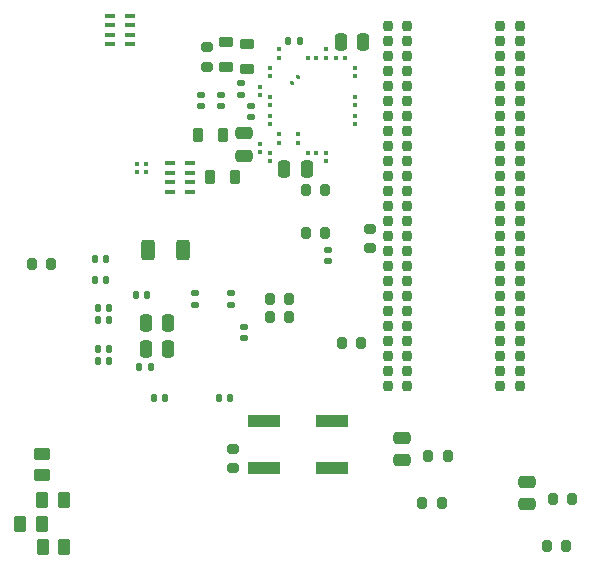
<source format=gbp>
%TF.GenerationSoftware,KiCad,Pcbnew,7.0.10*%
%TF.CreationDate,2024-04-14T10:11:16-07:00*%
%TF.ProjectId,ez_usb_dev_board,657a5f75-7362-45f6-9465-765f626f6172,rev?*%
%TF.SameCoordinates,Original*%
%TF.FileFunction,Paste,Bot*%
%TF.FilePolarity,Positive*%
%FSLAX46Y46*%
G04 Gerber Fmt 4.6, Leading zero omitted, Abs format (unit mm)*
G04 Created by KiCad (PCBNEW 7.0.10) date 2024-04-14 10:11:16*
%MOMM*%
%LPD*%
G01*
G04 APERTURE LIST*
G04 Aperture macros list*
%AMRoundRect*
0 Rectangle with rounded corners*
0 $1 Rounding radius*
0 $2 $3 $4 $5 $6 $7 $8 $9 X,Y pos of 4 corners*
0 Add a 4 corners polygon primitive as box body*
4,1,4,$2,$3,$4,$5,$6,$7,$8,$9,$2,$3,0*
0 Add four circle primitives for the rounded corners*
1,1,$1+$1,$2,$3*
1,1,$1+$1,$4,$5*
1,1,$1+$1,$6,$7*
1,1,$1+$1,$8,$9*
0 Add four rect primitives between the rounded corners*
20,1,$1+$1,$2,$3,$4,$5,0*
20,1,$1+$1,$4,$5,$6,$7,0*
20,1,$1+$1,$6,$7,$8,$9,0*
20,1,$1+$1,$8,$9,$2,$3,0*%
G04 Aperture macros list end*
%ADD10R,0.900000X0.400000*%
%ADD11RoundRect,0.140000X-0.140000X-0.170000X0.140000X-0.170000X0.140000X0.170000X-0.140000X0.170000X0*%
%ADD12RoundRect,0.079500X-0.100500X0.079500X-0.100500X-0.079500X0.100500X-0.079500X0.100500X0.079500X0*%
%ADD13RoundRect,0.200000X0.200000X0.219100X-0.200000X0.219100X-0.200000X-0.219100X0.200000X-0.219100X0*%
%ADD14RoundRect,0.250000X-0.475000X0.250000X-0.475000X-0.250000X0.475000X-0.250000X0.475000X0.250000X0*%
%ADD15RoundRect,0.079500X0.100500X-0.079500X0.100500X0.079500X-0.100500X0.079500X-0.100500X-0.079500X0*%
%ADD16RoundRect,0.140000X0.140000X0.170000X-0.140000X0.170000X-0.140000X-0.170000X0.140000X-0.170000X0*%
%ADD17RoundRect,0.200000X0.200000X0.275000X-0.200000X0.275000X-0.200000X-0.275000X0.200000X-0.275000X0*%
%ADD18RoundRect,0.200000X-0.200000X-0.275000X0.200000X-0.275000X0.200000X0.275000X-0.200000X0.275000X0*%
%ADD19RoundRect,0.250000X-0.250000X-0.475000X0.250000X-0.475000X0.250000X0.475000X-0.250000X0.475000X0*%
%ADD20RoundRect,0.250000X-0.262500X-0.450000X0.262500X-0.450000X0.262500X0.450000X-0.262500X0.450000X0*%
%ADD21RoundRect,0.250000X0.450000X-0.262500X0.450000X0.262500X-0.450000X0.262500X-0.450000X-0.262500X0*%
%ADD22RoundRect,0.147500X-0.147500X-0.172500X0.147500X-0.172500X0.147500X0.172500X-0.147500X0.172500X0*%
%ADD23RoundRect,0.140000X0.170000X-0.140000X0.170000X0.140000X-0.170000X0.140000X-0.170000X-0.140000X0*%
%ADD24RoundRect,0.079500X-0.014849X0.127279X-0.127279X0.014849X0.014849X-0.127279X0.127279X-0.014849X0*%
%ADD25RoundRect,0.140000X-0.170000X0.140000X-0.170000X-0.140000X0.170000X-0.140000X0.170000X0.140000X0*%
%ADD26RoundRect,0.079500X-0.079500X-0.100500X0.079500X-0.100500X0.079500X0.100500X-0.079500X0.100500X0*%
%ADD27RoundRect,0.250000X-0.312500X-0.625000X0.312500X-0.625000X0.312500X0.625000X-0.312500X0.625000X0*%
%ADD28RoundRect,0.250000X0.262500X0.450000X-0.262500X0.450000X-0.262500X-0.450000X0.262500X-0.450000X0*%
%ADD29RoundRect,0.218750X0.218750X0.381250X-0.218750X0.381250X-0.218750X-0.381250X0.218750X-0.381250X0*%
%ADD30RoundRect,0.250000X0.475000X-0.250000X0.475000X0.250000X-0.475000X0.250000X-0.475000X-0.250000X0*%
%ADD31RoundRect,0.200000X-0.275000X0.200000X-0.275000X-0.200000X0.275000X-0.200000X0.275000X0.200000X0*%
%ADD32RoundRect,0.218750X-0.218750X-0.381250X0.218750X-0.381250X0.218750X0.381250X-0.218750X0.381250X0*%
%ADD33RoundRect,0.218750X-0.381250X0.218750X-0.381250X-0.218750X0.381250X-0.218750X0.381250X0.218750X0*%
%ADD34RoundRect,0.250000X0.250000X0.475000X-0.250000X0.475000X-0.250000X-0.475000X0.250000X-0.475000X0*%
%ADD35R,2.750000X1.000000*%
G04 APERTURE END LIST*
D10*
%TO.C,RN2*%
X200550000Y-62900000D03*
X200550000Y-62100000D03*
X200550000Y-61300000D03*
X200550000Y-60500000D03*
X198850000Y-60500000D03*
X198850000Y-61300000D03*
X198850000Y-62100000D03*
X198850000Y-62900000D03*
%TD*%
D11*
%TO.C,U1C0_7*%
X196270000Y-77750000D03*
X197230000Y-77750000D03*
%TD*%
D12*
%TO.C,C9*%
X207300000Y-52455000D03*
X207300000Y-53145000D03*
%TD*%
D13*
%TO.C,R65*%
X218947500Y-51435000D03*
X217297500Y-51435000D03*
%TD*%
D14*
%TO.C,C21*%
X205100000Y-57950000D03*
X205100000Y-59850000D03*
%TD*%
D13*
%TO.C,R98*%
X228472500Y-61595000D03*
X226822500Y-61595000D03*
%TD*%
D12*
%TO.C,C20*%
X206500000Y-58855000D03*
X206500000Y-59545000D03*
%TD*%
D13*
%TO.C,R89*%
X228472500Y-50165000D03*
X226822500Y-50165000D03*
%TD*%
%TO.C,R84*%
X218947500Y-75565000D03*
X217297500Y-75565000D03*
%TD*%
D15*
%TO.C,C31*%
X214500000Y-53145000D03*
X214500000Y-52455000D03*
%TD*%
D13*
%TO.C,R99*%
X228472500Y-62865000D03*
X226822500Y-62865000D03*
%TD*%
%TO.C,R103*%
X228472500Y-67945000D03*
X226822500Y-67945000D03*
%TD*%
D16*
%TO.C,C3*%
X193480000Y-68600000D03*
X192520000Y-68600000D03*
%TD*%
D10*
%TO.C,RN1*%
X195500000Y-48000000D03*
X195500000Y-48800000D03*
X195500000Y-49600000D03*
X195500000Y-50400000D03*
X193800000Y-50400000D03*
X193800000Y-49600000D03*
X193800000Y-48800000D03*
X193800000Y-48000000D03*
%TD*%
D13*
%TO.C,R70*%
X218947500Y-57785000D03*
X217297500Y-57785000D03*
%TD*%
D17*
%TO.C,R6*%
X222361000Y-85255000D03*
X220711000Y-85255000D03*
%TD*%
D13*
%TO.C,R96*%
X228472500Y-59055000D03*
X226822500Y-59055000D03*
%TD*%
D18*
%TO.C,R119*%
X207328000Y-72009000D03*
X208978000Y-72009000D03*
%TD*%
D19*
%TO.C,C26*%
X208550000Y-61000000D03*
X210450000Y-61000000D03*
%TD*%
D20*
%TO.C,R12*%
X188087500Y-93000000D03*
X189912500Y-93000000D03*
%TD*%
D21*
%TO.C,R10*%
X188000000Y-86912500D03*
X188000000Y-85087500D03*
%TD*%
D13*
%TO.C,R72*%
X218947500Y-60325000D03*
X217297500Y-60325000D03*
%TD*%
%TO.C,R93*%
X228472500Y-55245000D03*
X226822500Y-55245000D03*
%TD*%
D22*
%TO.C,L1*%
X192765000Y-72750000D03*
X193735000Y-72750000D03*
%TD*%
D13*
%TO.C,R105*%
X228472500Y-70485000D03*
X226822500Y-70485000D03*
%TD*%
D17*
%TO.C,R4*%
X221861000Y-89255000D03*
X220211000Y-89255000D03*
%TD*%
D12*
%TO.C,C14*%
X208100000Y-58055000D03*
X208100000Y-58745000D03*
%TD*%
D23*
%TO.C,U3C0_1*%
X212217000Y-68806000D03*
X212217000Y-67846000D03*
%TD*%
D24*
%TO.C,C16*%
X209670226Y-53229774D03*
X209182322Y-53717678D03*
%TD*%
D12*
%TO.C,C12*%
X214500000Y-56455000D03*
X214500000Y-57145000D03*
%TD*%
D13*
%TO.C,R71*%
X218947500Y-59055000D03*
X217297500Y-59055000D03*
%TD*%
D18*
%TO.C,R115*%
X207328000Y-73533000D03*
X208978000Y-73533000D03*
%TD*%
D11*
%TO.C,U1C0_4*%
X202974000Y-80391000D03*
X203934000Y-80391000D03*
%TD*%
D13*
%TO.C,R90*%
X228472500Y-51435000D03*
X226822500Y-51435000D03*
%TD*%
%TO.C,R88*%
X228472500Y-48895000D03*
X226822500Y-48895000D03*
%TD*%
D16*
%TO.C,C4*%
X193480000Y-70400000D03*
X192520000Y-70400000D03*
%TD*%
D13*
%TO.C,R79*%
X218947500Y-69215000D03*
X217297500Y-69215000D03*
%TD*%
%TO.C,R94*%
X228472500Y-56515000D03*
X226822500Y-56515000D03*
%TD*%
D12*
%TO.C,C28*%
X209700000Y-58055000D03*
X209700000Y-58745000D03*
%TD*%
D13*
%TO.C,R92*%
X228472500Y-53975000D03*
X226822500Y-53975000D03*
%TD*%
D17*
%TO.C,R2*%
X232412500Y-92900000D03*
X230762500Y-92900000D03*
%TD*%
D13*
%TO.C,R102*%
X228472500Y-66675000D03*
X226822500Y-66675000D03*
%TD*%
D25*
%TO.C,C18*%
X204900000Y-53720000D03*
X204900000Y-54680000D03*
%TD*%
D26*
%TO.C,C13*%
X212955000Y-51600000D03*
X213645000Y-51600000D03*
%TD*%
D19*
%TO.C,C8*%
X213300000Y-50250000D03*
X215200000Y-50250000D03*
%TD*%
D27*
%TO.C,R8*%
X197037500Y-67850000D03*
X199962500Y-67850000D03*
%TD*%
D13*
%TO.C,R73*%
X218947500Y-61595000D03*
X217297500Y-61595000D03*
%TD*%
D23*
%TO.C,U1C0_11*%
X204000000Y-72480000D03*
X204000000Y-71520000D03*
%TD*%
D12*
%TO.C,C15*%
X212100000Y-59655000D03*
X212100000Y-60345000D03*
%TD*%
D13*
%TO.C,R76*%
X218947500Y-65405000D03*
X217297500Y-65405000D03*
%TD*%
%TO.C,R81*%
X218947500Y-71755000D03*
X217297500Y-71755000D03*
%TD*%
%TO.C,R91*%
X228472500Y-52705000D03*
X226822500Y-52705000D03*
%TD*%
D28*
%TO.C,R9*%
X189865000Y-89000000D03*
X188040000Y-89000000D03*
%TD*%
D29*
%TO.C,L7*%
X204362500Y-61700000D03*
X202237500Y-61700000D03*
%TD*%
D13*
%TO.C,R87*%
X218947500Y-79375000D03*
X217297500Y-79375000D03*
%TD*%
D12*
%TO.C,C22*%
X207300000Y-56455000D03*
X207300000Y-57145000D03*
%TD*%
D13*
%TO.C,R97*%
X228472500Y-60325000D03*
X226822500Y-60325000D03*
%TD*%
D11*
%TO.C,U1C0_9*%
X192770000Y-73750000D03*
X193730000Y-73750000D03*
%TD*%
D17*
%TO.C,R114*%
X212025000Y-62800000D03*
X210375000Y-62800000D03*
%TD*%
D15*
%TO.C,C27*%
X208100000Y-51545000D03*
X208100000Y-50855000D03*
%TD*%
D13*
%TO.C,R85*%
X218947500Y-76835000D03*
X217297500Y-76835000D03*
%TD*%
D28*
%TO.C,R11*%
X188000000Y-91000000D03*
X186175000Y-91000000D03*
%TD*%
D30*
%TO.C,IC2_C1_1*%
X229087500Y-89350000D03*
X229087500Y-87450000D03*
%TD*%
D13*
%TO.C,R100*%
X228472500Y-64135000D03*
X226822500Y-64135000D03*
%TD*%
D31*
%TO.C,R113*%
X202003000Y-50684000D03*
X202003000Y-52334000D03*
%TD*%
D13*
%TO.C,R77*%
X218947500Y-66675000D03*
X217297500Y-66675000D03*
%TD*%
D17*
%TO.C,R117*%
X212026000Y-66421000D03*
X210376000Y-66421000D03*
%TD*%
D11*
%TO.C,U1C0_3*%
X197513000Y-80391000D03*
X198473000Y-80391000D03*
%TD*%
D15*
%TO.C,C32*%
X196070000Y-61235000D03*
X196070000Y-60545000D03*
%TD*%
D26*
%TO.C,C10*%
X210555000Y-51600000D03*
X211245000Y-51600000D03*
%TD*%
D13*
%TO.C,R63*%
X218947500Y-48895000D03*
X217297500Y-48895000D03*
%TD*%
%TO.C,R69*%
X218947500Y-56515000D03*
X217297500Y-56515000D03*
%TD*%
D11*
%TO.C,U1C0_10*%
X192770000Y-76250000D03*
X193730000Y-76250000D03*
%TD*%
D13*
%TO.C,R108*%
X228472500Y-74295000D03*
X226822500Y-74295000D03*
%TD*%
D31*
%TO.C,R120*%
X204216000Y-84646000D03*
X204216000Y-86296000D03*
%TD*%
D13*
%TO.C,R107*%
X228472500Y-73025000D03*
X226822500Y-73025000D03*
%TD*%
%TO.C,R68*%
X218947500Y-55245000D03*
X217297500Y-55245000D03*
%TD*%
D32*
%TO.C,L6*%
X201237500Y-58100000D03*
X203362500Y-58100000D03*
%TD*%
D33*
%TO.C,L8*%
X205359000Y-52497500D03*
X205359000Y-50372500D03*
%TD*%
D11*
%TO.C,C5*%
X208889000Y-50112000D03*
X209849000Y-50112000D03*
%TD*%
D33*
%TO.C,L5*%
X203600000Y-50192500D03*
X203600000Y-52317500D03*
%TD*%
D13*
%TO.C,R67*%
X218947500Y-53975000D03*
X217297500Y-53975000D03*
%TD*%
%TO.C,R112*%
X228472500Y-79375000D03*
X226822500Y-79375000D03*
%TD*%
D23*
%TO.C,U1C0_1*%
X201000000Y-72480000D03*
X201000000Y-71520000D03*
%TD*%
D13*
%TO.C,R80*%
X218947500Y-70485000D03*
X217297500Y-70485000D03*
%TD*%
%TO.C,R111*%
X228472500Y-78105000D03*
X226822500Y-78105000D03*
%TD*%
D18*
%TO.C,R116*%
X213424000Y-75692000D03*
X215074000Y-75692000D03*
%TD*%
D15*
%TO.C,C17*%
X206500000Y-54745000D03*
X206500000Y-54055000D03*
%TD*%
D22*
%TO.C,L2*%
X192765000Y-77250000D03*
X193735000Y-77250000D03*
%TD*%
D26*
%TO.C,C29*%
X210555000Y-59600000D03*
X211245000Y-59600000D03*
%TD*%
D17*
%TO.C,R1*%
X232912500Y-88900000D03*
X231262500Y-88900000D03*
%TD*%
D13*
%TO.C,R110*%
X228472500Y-76835000D03*
X226822500Y-76835000D03*
%TD*%
%TO.C,R64*%
X218947500Y-50165000D03*
X217297500Y-50165000D03*
%TD*%
D17*
%TO.C,R7*%
X188825000Y-69000000D03*
X187175000Y-69000000D03*
%TD*%
D23*
%TO.C,C24*%
X205700000Y-56580000D03*
X205700000Y-55620000D03*
%TD*%
D34*
%TO.C,U1C1_2*%
X198700000Y-76250000D03*
X196800000Y-76250000D03*
%TD*%
D12*
%TO.C,C23*%
X207300000Y-60345000D03*
X207300000Y-59655000D03*
%TD*%
D13*
%TO.C,R95*%
X228472500Y-57785000D03*
X226822500Y-57785000D03*
%TD*%
%TO.C,R74*%
X218947500Y-62865000D03*
X217297500Y-62865000D03*
%TD*%
D23*
%TO.C,C1*%
X203200000Y-55680000D03*
X203200000Y-54720000D03*
%TD*%
D15*
%TO.C,C30*%
X212100000Y-51545000D03*
X212100000Y-50855000D03*
%TD*%
D13*
%TO.C,R82*%
X218947500Y-73025000D03*
X217297500Y-73025000D03*
%TD*%
D12*
%TO.C,C34*%
X196820000Y-60545000D03*
X196820000Y-61235000D03*
%TD*%
D35*
%TO.C,SW1*%
X212557000Y-82328000D03*
X206797000Y-82328000D03*
X212557000Y-86328000D03*
X206797000Y-86328000D03*
%TD*%
D30*
%TO.C,IC3_C1_3*%
X218536000Y-85655000D03*
X218536000Y-83755000D03*
%TD*%
D25*
%TO.C,U1C0_2*%
X205105000Y-74323000D03*
X205105000Y-75283000D03*
%TD*%
D13*
%TO.C,R86*%
X218947500Y-78105000D03*
X217297500Y-78105000D03*
%TD*%
%TO.C,R78*%
X218947500Y-67945000D03*
X217297500Y-67945000D03*
%TD*%
%TO.C,R106*%
X228472500Y-71755000D03*
X226822500Y-71755000D03*
%TD*%
D15*
%TO.C,C25*%
X207300000Y-55545000D03*
X207300000Y-54855000D03*
%TD*%
D12*
%TO.C,C11*%
X214500000Y-54855000D03*
X214500000Y-55545000D03*
%TD*%
D13*
%TO.C,R83*%
X218947500Y-74295000D03*
X217297500Y-74295000D03*
%TD*%
D23*
%TO.C,C2*%
X201500000Y-55680000D03*
X201500000Y-54720000D03*
%TD*%
D13*
%TO.C,R104*%
X228472500Y-69215000D03*
X226822500Y-69215000D03*
%TD*%
%TO.C,R66*%
X218947500Y-52705000D03*
X217297500Y-52705000D03*
%TD*%
%TO.C,R109*%
X228472500Y-75565000D03*
X226822500Y-75565000D03*
%TD*%
D11*
%TO.C,U1C0_8*%
X195989000Y-71628000D03*
X196949000Y-71628000D03*
%TD*%
D13*
%TO.C,R101*%
X228472500Y-65405000D03*
X226822500Y-65405000D03*
%TD*%
D31*
%TO.C,R118*%
X215773000Y-66041000D03*
X215773000Y-67691000D03*
%TD*%
D13*
%TO.C,R75*%
X218947500Y-64135000D03*
X217297500Y-64135000D03*
%TD*%
D34*
%TO.C,U1C1_1*%
X198700000Y-74000000D03*
X196800000Y-74000000D03*
%TD*%
M02*

</source>
